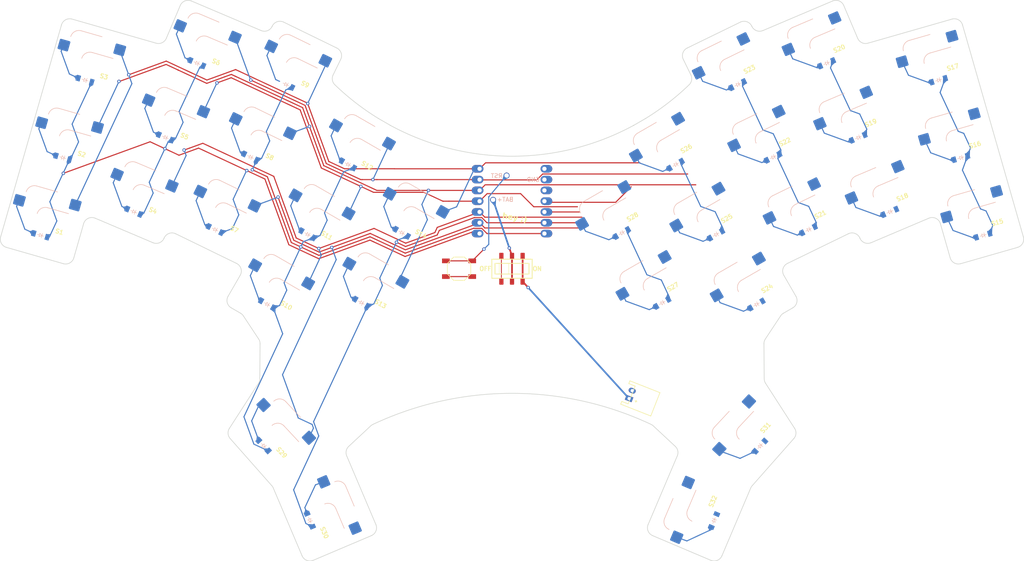
<source format=kicad_pcb>
(kicad_pcb (version 20241229) (generator "pcbnew") (generator_version "9.0")
  (title_block (title "metasepia_v5") (rev "v1.0.0") (company "Unknown"))
  (layers (0 "F.Cu" signal) (2 "B.Cu" signal) (13 "F.Paste" user) (15 "B.Paste" user) (5 "F.SilkS" user "F.Silkscreen") (7 "B.SilkS" user "B.Silkscreen") (1 "F.Mask" user) (3 "B.Mask" user) (25 "Edge.Cuts" user))
  (net 0 "")
  (net 1 "P0")
  (net 2 "pinky_bottom")
  (net 3 "P2")
  (net 4 "pinky_home")
  (net 5 "pinky_top")
  (net 6 "P4")
  (net 7 "ring_bottom")
  (net 8 "P3")
  (net 9 "ring_home")
  (net 10 "P1")
  (net 11 "ring_top")
  (net 12 "P5")
  (net 13 "middle_bottom")
  (net 14 "middle_home")
  (net 15 "middle_top")
  (net 16 "index_bottom")
  (net 17 "index_home")
  (net 18 "index_top")
  (net 19 "inner_home")
  (net 20 "inner_top")
  (net 21 "mirror_pinky_bottom")
  (net 22 "mirror_pinky_home")
  (net 23 "mirror_pinky_top")
  (net 24 "mirror_ring_bottom")
  (net 25 "mirror_ring_home")
  (net 26 "mirror_ring_top")
  (net 27 "mirror_middle_bottom")
  (net 28 "mirror_middle_home")
  (net 29 "mirror_middle_top")
  (net 30 "mirror_index_bottom")
  (net 31 "mirror_index_home")
  (net 32 "mirror_index_top")
  (net 33 "mirror_inner_home")
  (net 34 "mirror_inner_top")
  (net 35 "tucky_default")
  (net 36 "reachy_default")
  (net 37 "mirror_tucky_default")
  (net 38 "mirror_reachy_default")
  (net 39 "P6")
  (net 40 "P7")
  (net 41 "P8")
  (net 42 "P10")
  (net 43 "P9")
  (net 44 "RAW5V")
  (net 45 "GND")
  (net 46 "RAW3V3")
  (net 47 "RST")
  (net 48 "BAT_POS")
  (net 49 "slider")
  (footprint "E73:SW_TACT_ALPS_SKQGABE010" (layer "F.Cu") (at 159.711261 181.179506)
    (property "Reference" "B1" (hide yes))
    (property "Value" "" (hide yes))
  )
  (footprint "frequent:MX" (layer "F.Cu") (at 84.825979 164.098733 -23)
    (property "Reference" "S4")
    (property "Value" "" (hide yes))
  )
  (footprint "frequent:MX" (layer "F.Cu") (at 244.64877 129.119547 23)
    (property "Reference" "S20")
    (property "Value" "" (hide yes))
  )
  (footprint "frequent:MX" (layer "F.Cu") (at 281.886839 169.471533 16)
    (property "Reference" "S15")
    (property "Value" "" (hide yes))
  )
  (footprint "frequent:MX" (layer "F.Cu") (at 252.072657 146.60914 23)
    (property "Reference" "S19")
    (property "Value" "" (hide yes))
  )
  (footprint "frequent:MX" (layer "F.Cu") (at 67.672799 151.207563 -16)
    (property "Reference" "S2")
    (property "Value" "" (hide yes))
  )
  (footprint "frequent:ComboDiode" (layer "F.Cu") (at 261.059476 167.780751 23)
    (property "Reference" "D18" (hide yes))
    (property "Value" "" (hide yes))
  )
  (footprint "frequent:ComboDiode" (layer "F.Cu") (at 133.629541 156.661817 -30)
    (property "Reference" "D12" (hide yes))
    (property "Value" "" (hide yes))
  )
  (footprint "frequent:MX" (layer "F.Cu") (at 227.692989 186.106679 30)
    (property "Reference" "S24")
    (property "Value" "" (hide yes))
  )
  (footprint "frequent:ComboDiode" (layer "F.Cu") (at 272.51517 136.788637 16)
    (property "Reference" "D17" (hide yes))
    (property "Value" "" (hide yes))
  )
  (footprint "frequent:ComboDiode" (layer "F.Cu") (at 207.53851 189.19809 30)
    (property "Reference" "D27" (hide yes))
    (property "Value" "" (hide yes))
  )
  (footprint "frequent:ComboDiode" (layer "F.Cu") (at 146.284024 172.743606 -30)
    (property "Reference" "D14" (hide yes))
    (property "Value" "" (hide yes))
  )
  (footprint "frequent:xiao-pogo" (layer "F.Cu") (at 172.161265 165.279506)
    (property "Reference" "MCU1" (hide yes))
    (property "Value" "xiao-ble" (hide yes))
  )
  (footprint "frequent:MX" (layer "F.Cu") (at 216.002038 238.847505 67)
    (property "Reference" "S32")
    (property "Value" "" (hide yes))
  )
  (footprint "frequent:ComboDiode" (layer "F.Cu") (at 102.379947 171.980404 -26)
    (property "Reference" "D7" (hide yes))
    (property "Value" "" (hide yes))
  )
  (footprint "frequent:ComboDiode" (layer "F.Cu") (at 230.534368 222.88912 47)
    (property "Reference" "D31" (hide yes))
    (property "Value" "" (hide yes))
  )
  (footprint "frequent:MX" (layer "F.Cu") (at 205.538508 185.733988 30)
    (property "Reference" "S27")
    (property "Value" "" (hide yes))
  )
  (footprint "frequent:ComboDiode" (layer "F.Cu") (at 241.942582 171.980404 26)
    (property "Reference" "D21" (hide yes))
    (property "Value" "" (hide yes))
  )
  (footprint "frequent:MX" (layer "F.Cu") (at 138.784026 185.733987 -30)
    (property "Reference" "S13")
    (property "Value" "" (hide yes))
  )
  (footprint "frequent:ComboDiode" (layer "F.Cu") (at 225.284479 137.826231 26)
    (property "Reference" "D23" (hide yes))
    (property "Value" "" (hide yes))
  )
  (footprint "frequent:MX" (layer "F.Cu") (at 223.530991 134.231055 26)
    (property "Reference" "S23")
    (property "Value" "" (hide yes))
  )
  (footprint "frequent:ComboDiode" (layer "F.Cu") (at 90.686946 150.291159 -23)
    (property "Reference" "D5" (hide yes))
    (property "Value" "" (hide yes))
  )
  (footprint "frequent:MX" (layer "F.Cu") (at 99.673763 129.119547 -23)
    (property "Reference" "S6")
    (property "Value" "" (hide yes))
  )
  (footprint "frequent:ComboDiode" (layer "F.Cu") (at 282.98939 173.316583 16)
    (property "Reference" "D15" (hide yes))
    (property "Value" "" (hide yes))
  )
  (footprint "frequent:ComboDiode" (layer "F.Cu") (at 124.638474 240.410434 -67)
    (property "Reference" "D30" (hide yes))
    (property "Value" "" (hide yes))
  )
  (footprint "frequent:ComboDiode" (layer "F.Cu") (at 220.192991 173.116295 30)
    (property "Reference" "D25" (hide yes))
    (property "Value" "" (hide yes))
  )
  (footprint "frequent:ComboDiode" (layer "F.Cu") (at 210.692991 156.661817 30)
    (property "Reference" "D26" (hide yes))
    (property "Value" "" (hide yes))
  )
  (footprint "frequent:ComboDiode" (layer "F.Cu") (at 124.129541 173.116296 -30)
    (property "Reference" "D11" (hide yes))
    (property "Value" "" (hide yes))
  )
  (footprint "frequent:MX" (layer "F.Cu") (at 135.629538 153.197714 -30)
    (property "Reference" "S12")
    (property "Value" "" (hide yes))
  )
  (footprint "frequent:ComboDiode" (layer "F.Cu") (at 66.57025 155.052612 -16)
    (property "Reference" "D2" (hide yes))
    (property "Value" "" (hide yes))
  )
  (footprint "frequent:MX" (layer "F.Cu") (at 208.692991 153.197714 30)
    (property "Reference" "S26")
    (property "Value" "" (hide yes))
  )
  (footprint "frequent:MX" (layer "F.Cu") (at 259.496552 164.098733 23)
    (property "Reference" "S18")
    (property "Value" "" (hide yes))
  )
  (footprint "frequent:MX" (layer "F.Cu") (at 128.32049 238.847508 -67)
    (property "Reference" "S30")
    (property "Value" "" (hide yes))
  )
  (footprint "frequent:ComboDiode" (layer "F.Cu") (at 113.788162 222.889119 -47)
    (property "Reference" "D29" (hide yes))
    (property "Value" "" (hide yes))
  )
  (footprint "frequent:ComboDiode" (layer "F.Cu") (at 71.80736 136.788637 -16)
    (property "Reference" "D3" (hide yes))
    (property "Value" "" (hide yes))
  )
  (footprint "frequent:ComboDiode" (layer "F.Cu") (at 136.78402 189.198089 -30)
    (property "Reference" "D13" (hide yes))
    (property "Value" "" (hide yes))
  )
  (footprint "frequent:ComboDiode" (layer "F.Cu") (at 198.038506 172.743608 30)
    (property "Reference" "D28" (hide yes))
    (property "Value" "" (hide yes))
  )
  (footprint "frequent:ComboDiode" (layer "F.Cu") (at 119.038052 137.826228 -26)
    (property "Reference" "D9" (hide yes))
    (property "Value" "" (hide yes))
  )
  (footprint "frequent:MX" (layer "F.Cu") (at 126.129541 169.652196 -30)
    (property "Reference" "S11")
    (property "Value" "" (hide yes))
  )
  (footprint "JST_PH_S2B-PH-K_02x2.00mm_Angled" (layer "F.Cu") (at 200.056691 210.804109 68.5)
    (property "Reference" "JST1" (hide yes))
    (property "Value" "" (hide yes))
  )
  (footprint "frequent:ComboDiode" (layer "F.Cu") (at 229.69299 189.570779 30)
    (property "Reference" "D24" (hide yes))
    (property "Value" "" (hide yes))
  )
  (footprint "frequent:ComboDiode" (layer "F.Cu") (at 233.61353 154.903318 26)
    (property "Reference" "D22" (hide yes))
    (property "Value" "" (hide yes))
  )
  (footprint "frequent:ComboDiode" (layer "F.Cu") (at 277.752281 155.052607 16)
    (property "Reference" "D16" (hide yes))
    (property "Value" "" (hide yes))
  )
  (footprint "frequent:MX" (layer "F.Cu") (at 112.462483 151.308141 -26)
    (property "Reference" "S8")
    (property "Value" "" (hide yes))
  )
  (footprint "frequent:MX" (layer "F.Cu") (at 148.284023 169.279504 -30)
    (property "Reference" "S14")
    (property "Value" "" (hide yes))
  )
  (footprint "frequent:MX" (layer "F.Cu") (at 196.038506 169.279507 30)
    (property "Reference" "S28")
    (property "Value" "" (hide yes))
  )
  (footprint "frequent:MX" (layer "F.Cu") (at 271.412624 132.943592 16)
    (property "Reference" "S17")
    (property "Value" "" (hide yes))
  )
  (footprint "frequent:ComboDiode" (layer "F.Cu") (at 114.629543 189.570778 -30)
    (property "Reference" "D10" (hide yes))
    (property "Value" "" (hide yes))
  )
  (footprint "frequent:ComboDiode" (layer "F.Cu") (at 61.333139 173.31658 -16)
    (property "Reference" "D1" (hide yes))
    (property "Value" "" (hide yes))
  )
  (footprint "frequent:MX" (layer "F.Cu") (at 120.791537 134.231056 -26)
    (property "Reference" "S9")
    (property "Value" "" (hide yes))
  )
  (footprint "frequent:MX" (layer "F.Cu") (at 227.608954 220.161126 47)
    (property "Reference" "S31")
    (property "Value" "" (hide yes))
  )
  (footprint "frequent:MX" (layer "F.Cu") (at 231.860044 151.308141 26)
    (property "Reference" "S22")
    (property "Value" "" (hide yes))
  )
  (footprint "frequent:MX" (layer "F.Cu") (at 276.649734 151.207561 16)
    (property "Reference" "S16")
    (property "Value" "" (hide yes))
  )
  (footprint "frequent:ComboDiode" (layer "F.Cu") (at 219.68406 240.410432 67)
    (property "Reference" "D32" (hide yes))
    (property "Value" "" (hide yes))
  )
  (footprint "frequent:MX" (layer "F.Cu") (at 72.909909 132.943591 -16)
    (property "Reference" "S3")
    (property "Value" "" (hide yes))
  )
  (footprint "frequent:ComboDiode" (layer "F.Cu") (at 253.635585 150.291162 23)
    (property "Reference" "D19" (hide yes))
    (property "Value" "" (hide yes))
  )
  (footprint "frequent:MX" (layer "F.Cu") (at 116.713574 220.161128 -47)
    (property "Reference" "S29")
    (property "Value" "" (hide yes))
  )
  (footprint "frequent:MX" (layer "F.Cu") (at 92.249873 146.609138 -23)
    (property "Reference" "S5")
    (property "Value" "" (hide yes))
  )
  (footprint "frequent:MX" (layer "F.Cu") (at 116.629542 186.106679 -30)
    (property "Reference" "S10")
    (property "Value" "" (hide yes))
  )
  (footprint "frequent:slider" (layer "F.Cu") (at 172.161264 181.179506)
    (property "Reference" "J1" (hide yes))
    (property "Value" "slider" (hide yes))
  )
  (footprint "frequent:MX" (layer "F.Cu") (at 62.435687 169.471538 -16)
    (property "Reference" "S1")
    (property "Value" "" (hide yes))
  )
  (footprint "frequent:ComboDiode" (layer "F.Cu") (at 110.709 154.903316 -26)
    (property "Reference" "D8" (hide yes))
    (property "Value" "" (hide yes))
  )
  (footprint "frequent:ComboDiode" (layer "F.Cu") (at 246.211691 132.801568 23)
    (property "Reference" "D20" (hide yes))
    (property "Value" "" (hide yes))
  )
  (footprint "frequent:MX" (layer "F.Cu") (at 218.192987 169.652195 30)
    (property "Reference" "S25")
    (property "Value" "" (hide yes))
  )
  (footprint "frequent:MX" (layer "F.Cu") (at 104.133434 168.385227 -26)
    (property "Reference" "S7")
    (property "Value" "" (hide yes))
  )
  (footprint "frequent:ComboDiode" (layer "F.Cu") (at 83.263056 167.780753 -23)
    (property "Reference" "D4" (hide yes))
    (property "Value" "" (hide yes))
  )
  (footprint "frequent:ComboDiode" (layer "F.Cu") (at 98.110839 132.801567 -23)
    (property "Reference" "D6" (hide yes))
    (property "Value" "" (hide yes))
  )
  (footprint "frequent:MX" (layer "F.Cu") (at 240.189097 168.38523 26)
    (property "Reference" "S21")
    (property "Value" "" (hide yes))
  )
  (gr_arc (start 143.592146 147.459493) (mid 143.568206 147.446319) (end 143.544448 147.432818) (stroke (width 0.15)) (layer "Edge.Cuts"))
  (gr_line (start 93.07784 172.95084) (end 107.389844 179.931274) (stroke (width 0.15)) (layer "Edge.Cuts"))
  (gr_line (start 221.524974 248.74206) (end 228.294721 232.79354) (stroke (width 0.15)) (layer "Edge.Cuts"))
  (gr_arc (start 231.404622 198.836374) (mid 231.486837 198.252856) (end 231.735537 197.718626) (stroke (width 0.15)) (layer "Edge.Cuts"))
  (gr_line (start 112.917909 198.836371) (end 112.852922 207.078632) (stroke (width 0.15)) (layer "Edge.Cuts"))
  (gr_arc (start 251.244692 172.950843) (mid 252.821851 172.875088) (end 253.962445 173.96697) (stroke (width 0.15)) (layer "Edge.Cuts"))
  (gr_line (start 204.173458 241.376778) (end 211.027279 225.230197) (stroke (width 0.15)) (layer "Edge.Cuts"))
  (gr_arc (start 212.440107 131.907857) (mid 212.346658 130.379977) (end 213.360954 129.233527) (stroke (width 0.15)) (layer "Edge.Cuts"))
  (gr_arc (start 214.224485 135.566374) (mid 214.396413 136.790995) (end 213.815369 137.882613) (stroke (width 0.15)) (layer "Edge.Cuts"))
  (gr_line (start 212.440107 131.907857) (end 214.224485 135.566374) (stroke (width 0.15)) (layer "Edge.Cuts"))
  (gr_arc (start 69.123301 178.619257) (mid 68.170397 179.817222) (end 66.649502 179.990509) (stroke (width 0.15)) (layer "Edge.Cuts"))
  (gr_line (start 272.892036 170.57312) (end 275.199229 178.619257) (stroke (width 0.15)) (layer "Edge.Cuts"))
  (gr_line (start 140.799731 145.848154) (end 143.544448 147.432818) (stroke (width 0.15)) (layer "Edge.Cuts"))
  (gr_arc (start 107.389843 179.931274) (mid 108.425711 181.144119) (end 108.245155 182.728866) (stroke (width 0.15)) (layer "Edge.Cuts"))
  (gr_line (start 90.360085 173.966971) (end 90.348916 173.993285) (stroke (width 0.15)) (layer "Edge.Cuts"))
  (gr_line (start 112.534417 208.145815) (end 105.707822 218.745058) (stroke (width 0.15)) (layer "Edge.Cuts"))
  (gr_arc (start 66.222296 123.795864) (mid 67.175201 122.597904) (end 68.696096 122.424619) (stroke (width 0.15)) (layer "Edge.Cuts"))
  (gr_arc (start 256.596089 175.052831) (mid 255.065409 175.066189) (end 253.973616 173.993284) (stroke (width 0.15)) (layer "Edge.Cuts"))
  (gr_arc (start 130.961576 129.233527) (mid 131.97587 130.379981) (end 131.882425 131.907861) (stroke (width 0.15)) (layer "Edge.Cuts"))
  (gr_arc (start 203.569747 145.820185) (mid 203.546367 145.834329) (end 203.522793 145.848154) (stroke (width 0.15)) (layer "Edge.Cuts"))
  (gr_arc (start 221.524974 248.74206) (mid 220.433182 249.814964) (end 218.902505 249.801607) (stroke (width 0.15)) (layer "Edge.Cuts"))
  (gr_line (start 278.100234 123.795868) (end 292.405813 173.685349) (stroke (width 0.15)) (layer "Edge.Cuts"))
  (gr_arc (start 90.869353 126.955662) (mid 89.889366 127.979369) (end 88.477068 128.096723) (stroke (width 0.15)) (layer "Edge.Cuts"))
  (gr_line (start 228.636211 232.251582) (end 238.432793 221.15143) (stroke (width 0.15)) (layer "Edge.Cuts"))
  (gr_line (start 115.745828 124.159798) (end 115.794013 124.061017) (stroke (width 0.15)) (layer "Edge.Cuts"))
  (gr_arc (start 247.549237 118.165449) (mid 249.079907 118.152087) (end 250.171705 119.224994) (stroke (width 0.15)) (layer "Edge.Cuts"))
  (gr_line (start 256.596085 175.052832) (end 270.18805 169.283385) (stroke (width 0.15)) (layer "Edge.Cuts"))
  (gr_arc (start 139.457233 217.815569) (mid 172.161266 210.504318) (end 204.865295 217.815568) (stroke (width 0.15)) (layer "Edge.Cuts"))
  (gr_arc (start 133.295255 225.230195) (mid 133.179969 224.032908) (end 133.772268 222.986024) (stroke (width 0.15)) (layer "Edge.Cuts"))
  (gr_line (start 105.889734 221.151426) (end 115.686321 232.251581) (stroke (width 0.15)) (layer "Edge.Cuts"))
  (gr_line (start 125.420026 249.801606) (end 139.089524 243.999254) (stroke (width 0.15)) (layer "Edge.Cuts"))
  (gr_arc (start 112.852922 207.078632) (mid 112.76945 207.634842) (end 112.534417 208.145815) (stroke (width 0.15)) (layer "Edge.Cuts"))
  (gr_arc (start 255.845459 128.09672) (mid 254.433163 127.979368) (end 253.453177 126.955657) (stroke (width 0.15)) (layer "Edge.Cuts"))
  (gr_line (start 106.135665 190.382604) (end 108.324856 191.64654) (stroke (width 0.15)) (layer "Edge.Cuts"))
  (gr_arc (start 235.328651 192.276608) (mid 235.626479 191.922622) (end 235.997671 191.646536) (stroke (width 0.15)) (layer "Edge.Cuts"))
  (gr_arc (start 225.854189 123.14017) (mid 227.382069 123.04672) (end 228.52852 124.061015) (stroke (width 0.15)) (layer "Edge.Cuts"))
  (gr_line (start 96.773297 118.165448) (end 113.16678 125.124066) (stroke (width 0.15)) (layer "Edge.Cuts"))
  (gr_arc (start 270.18805 169.283385) (mid 271.830535 169.319225) (end 272.892036 170.57312) (stroke (width 0.15)) (layer "Edge.Cuts"))
  (gr_arc (start 200.778081 147.432818) (mid 200.754322 147.446318) (end 200.730385 147.459493) (stroke (width 0.15)) (layer "Edge.Cuts"))
  (gr_line (start 68.696096 122.424619) (end 88.477068 128.096723) (stroke (width 0.15)) (layer "Edge.Cuts"))
  (gr_arc (start 115.686321 232.251581) (mid 115.878905 232.508796) (end 116.027809 232.793539) (stroke (width 0.15)) (layer "Edge.Cuts"))
  (gr_arc (start 138.944903 218.162464) (mid 139.187578 217.969084) (end 139.457233 217.815569) (stroke (width 0.15)) (layer "Edge.Cuts"))
  (gr_line (start 205.23301 243.99925) (end 218.902505 249.801607) (stroke (width 0.15)) (layer "Edge.Cuts"))
  (gr_line (start 133.295255 225.230195) (end 140.149071 241.376779) (stroke (width 0.15)) (layer "Edge.Cuts"))
  (gr_line (start 138.944904 218.162464) (end 133.772268 222.986024) (stroke (width 0.15)) (layer "Edge.Cuts"))
  (gr_arc (start 108.324856 191.64654) (mid 108.696053 191.922625) (end 108.993882 192.276611) (stroke (width 0.15)) (layer "Edge.Cuts"))
  (gr_arc (start 228.294726 232.79354) (mid 228.443628 232.508802) (end 228.636211 232.251582) (stroke (width 0.15)) (layer "Edge.Cuts"))
  (gr_line (start 236.077378 182.728862) (end 238.918916 187.650557) (stroke (width 0.15)) (layer "Edge.Cuts"))
  (gr_arc (start 205.23301 243.99925) (mid 204.160099 242.907453) (end 204.173458 241.376778) (stroke (width 0.15)) (layer "Edge.Cuts"))
  (gr_arc (start 71.430497 170.573122) (mid 72.491999 169.319223) (end 74.13448 169.283385) (stroke (width 0.15)) (layer "Edge.Cuts"))
  (gr_arc (start 140.149074 241.376778) (mid 140.162429 242.907456) (end 139.089524 243.999254) (stroke (width 0.15)) (layer "Edge.Cuts"))
  (gr_arc (start 140.752788 145.820188) (mid 135.41502 142.128859) (end 130.507163 137.882615) (stroke (width 0.15)) (layer "Edge.Cuts"))
  (gr_arc (start 90.360085 173.966971) (mid 91.500679 172.875083) (end 93.07784 172.95084) (stroke (width 0.15)) (layer "Edge.Cuts"))
  (gr_arc (start 275.626439 122.424618) (mid 277.147331 122.597902) (end 278.100234 123.795868) (stroke (width 0.15)) (layer "Edge.Cuts"))
  (gr_arc (start 236.077378 182.728862) (mid 235.896816 181.144118) (end 236.932684 179.931274) (stroke (width 0.15)) (layer "Edge.Cuts"))
  (gr_line (start 238.614709 218.745062) (end 231.788113 208.145815) (stroke (width 0.15)) (layer "Edge.Cuts"))
  (gr_arc (start 125.420026 249.801606) (mid 123.889354 249.814963) (end 122.797556 248.742058) (stroke (width 0.15)) (layer "Edge.Cuts"))
  (gr_line (start 116.027809 232.793539) (end 122.797556 248.742058) (stroke (width 0.15)) (layer "Edge.Cuts"))
  (gr_line (start 255.845459 128.09672) (end 275.626439 122.424618) (stroke (width 0.15)) (layer "Edge.Cuts"))
  (gr_line (start 90.869353 126.955662) (end 94.150825 119.224996) (stroke (width 0.15)) (layer "Edge.Cuts"))
  (gr_line (start 231.735537 197.718626) (end 235.328651 192.276608) (stroke (width 0.15)) (layer "Edge.Cuts"))
  (gr_line (start 118.468341 123.140169) (end 130.961576 129.233527) (stroke (width 0.15)) (layer "Edge.Cuts"))
  (gr_line (start 228.52852 124.061015) (end 228.576701 124.159799) (stroke (width 0.15)) (layer "Edge.Cuts"))
  (gr_arc (start 140.799731 145.848154) (mid 140.776164 145.83433) (end 140.752788 145.820188) (stroke (width 0.15)) (layer "Edge.Cuts"))
  (gr_arc (start 200.730388 147.459491) (mid 172.161266 154.697712) (end 143.592146 147.459493) (stroke (width 0.15)) (layer "Edge.Cuts"))
  (gr_line (start 200.778081 147.432818) (end 203.522793 145.848154) (stroke (width 0.15)) (layer "Edge.Cuts"))
  (gr_arc (start 90.348919 173.993284) (mid 89.257119 175.066194) (end 87.726445 175.052833) (stroke (width 0.15)) (layer "Edge.Cuts"))
  (gr_line (start 51.916719 173.68535) (end 66.222296 123.795867) (stroke (width 0.15)) (layer "Edge.Cuts"))
  (gr_line (start 231.155752 125.124068) (end 247.549237 118.165449) (stroke (width 0.15)) (layer "Edge.Cuts"))
  (gr_line (start 250.171705 119.224994) (end 253.453177 126.955657) (stroke (width 0.15)) (layer "Edge.Cuts"))
  (gr_arc (start 213.815369 137.882613) (mid 208.90751 142.128859) (end 203.569747 145.820185) (stroke (width 0.15)) (layer "Edge.Cuts"))
  (gr_arc (start 277.673029 179.990504) (mid 276.152135 179.817222) (end 275.199229 178.619257) (stroke (width 0.15)) (layer "Edge.Cuts"))
  (gr_arc (start 105.889734 221.151426) (mid 105.394945 219.978774) (end 105.707822 218.745058) (stroke (width 0.15)) (layer "Edge.Cuts"))
  (gr_arc (start 210.550263 222.986027) (mid 211.142562 224.032908) (end 211.027279 225.230197) (stroke (width 0.15)) (layer "Edge.Cuts"))
  (gr_line (start 231.469609 207.078633) (end 231.404622 198.836374) (stroke (width 0.15)) (layer "Edge.Cuts"))
  (gr_arc (start 231.788113 208.145815) (mid 231.553082 207.634842) (end 231.469609 207.078633) (stroke (width 0.15)) (layer "Edge.Cuts"))
  (gr_arc (start 238.918916 187.650557) (mid 239.118716 189.168194) (end 238.186868 190.382604) (stroke (width 0.15)) (layer "Edge.Cuts"))
  (gr_arc (start 106.135665 190.382604) (mid 105.203812 189.168194) (end 105.403612 187.650553) (stroke (width 0.15)) (layer "Edge.Cuts"))
  (gr_arc (start 112.586998 197.718624) (mid 112.835694 198.252852) (end 112.917909 198.836371) (stroke (width 0.15)) (layer "Edge.Cuts"))
  (gr_line (start 236.932684 179.931274) (end 251.244692 172.950843) (stroke (width 0.15)) (layer "Edge.Cuts"))
  (gr_arc (start 94.150825 119.224996) (mid 95.24262 118.152089) (end 96.773297 118.165448) (stroke (width 0.15)) (layer "Edge.Cuts"))
  (gr_arc (start 130.507163 137.882615) (mid 129.926121 136.790994) (end 130.098046 135.566376) (stroke (width 0.15)) (layer "Edge.Cuts"))
  (gr_line (start 277.673028 179.990506) (end 291.034564 176.159146) (stroke (width 0.15)) (layer "Edge.Cuts"))
  (gr_arc (start 292.405813 173.685349) (mid 292.23253 175.206245) (end 291.034564 176.159146) (stroke (width 0.15)) (layer "Edge.Cuts"))
  (gr_arc (start 115.79401 124.061012) (mid 116.940461 123.04672) (end 118.468341 123.140169) (stroke (width 0.15)) (layer "Edge.Cuts"))
  (gr_arc (start 238.614709 218.745062) (mid 238.927587 219.978773) (end 238.432793 221.15143) (stroke (width 0.15)) (layer "Edge.Cuts"))
  (gr_line (start 69.123303 178.619261) (end 71.430497 170.573122) (stroke (width 0.15)) (layer "Edge.Cuts"))
  (gr_line (start 253.973616 173.993284) (end 253.962445 173.96697) (stroke (width 0.15)) (layer "Edge.Cuts"))
  (gr_line (start 108.993882 192.276611) (end 112.586998 197.718624) (stroke (width 0.15)) (layer "Edge.Cuts"))
  (gr_arc (start 115.745825 124.159798) (mid 114.648652 125.156398) (end 113.16678 125.124066) (stroke (width 0.15)) (layer "Edge.Cuts"))
  (gr_arc (start 204.865295 217.815568) (mid 205.134955 217.969082) (end 205.377626 218.162463) (stroke (width 0.15)) (layer "Edge.Cuts"))
  (gr_line (start 210.550263 222.986027) (end 205.377626 218.162463) (stroke (width 0.15)) (layer "Edge.Cuts"))
  (gr_line (start 213.360954 129.233527) (end 225.854189 123.14017) (stroke (width 0.15)) (layer "Edge.Cuts"))
  (gr_line (start 105.403612 187.650553) (end 108.245155 182.728866) (stroke (width 0.15)) (layer "Edge.Cuts"))
  (gr_line (start 74.13448 169.283385) (end 87.726445 175.052833) (stroke (width 0.15)) (layer "Edge.Cuts"))
  (gr_line (start 53.287963 176.159146) (end 66.649502 179.990509) (stroke (width 0.15)) (layer "Edge.Cuts"))
  (gr_arc (start 231.155752 125.124068) (mid 229.673875 125.156403) (end 228.576701 124.159799) (stroke (width 0.15)) (layer "Edge.Cuts"))
  (gr_line (start 130.098046 135.566376) (end 131.882425 131.907861) (stroke (width 0.15)) (layer "Edge.Cuts"))
  (gr_line (start 235.997671 191.646536) (end 238.186868 190.382604) (stroke (width 0.15)) (layer "Edge.Cuts"))
  (gr_arc (start 53.287963 176.159146) (mid 52.089998 175.206241) (end 51.916719 173.68535) (stroke (width 0.15)) (layer "Edge.Cuts"))
  (segment (start 90.856601 132.312147) (end 82.020502 135.528225) (width 0.25) (layer "F.Cu") (net 1))
  (segment (start 132.761604 157.651226) (end 129.115419 155.950982) (width 0.25) (layer "F.Cu") (net 1))
  (segment (start 144.520421 157.659504) (end 144.512141 157.651228) (width 0.25) (layer "F.Cu") (net 1))
  (segment (start 100.409992 136.766967) (end 90.856601 132.312147) (width 0.25) (layer "F.Cu") (net 1))
  (segment (start 129.089317 155.960483) (end 124.115568 142.295218) (width 0.25) (layer "F.Cu") (net 1))
  (segment (start 129.115419 155.950982) (end 129.089317 155.960483) (width 0.25) (layer "F.Cu") (net 1))
  (segment (start 124.115568 142.295218) (end 124.080796 142.199686) (width 0.25) (layer "F.Cu") (net 1))
  (segment (start 165.944876 156.255894) (end 202.239818 156.255894) (width 0.25) (layer "F.Cu") (net 1))
  (segment (start 107.160936 134.309821) (end 100.409992 136.766967) (width 0.25) (layer "F.Cu") (net 1))
  (segment (start 164.541264 157.659508) (end 165.944876 156.255894) (width 0.25) (layer "F.Cu") (net 1))
  (segment (start 144.512141 157.651228) (end 132.761604 157.651226) (width 0.25) (layer "F.Cu") (net 1))
  (segment (start 124.080796 142.199686) (end 107.160936 134.309821) (width 0.25) (layer "F.Cu") (net 1))
  (segment (start 164.541264 157.659508) (end 144.520421 157.659504) (width 0.25) (layer "F.Cu") (net 1))
  (via (at 124.115568 142.295218) (size 0.8) (drill 0.4) (layers "F.Cu" "B.Cu") (net 1))
  (via (at 82.020502 135.528225) (size 0.8) (drill 0.4) (layers "F.Cu" "B.Cu") (net 1))
  (segment (start 159.135794 166.617302) (end 155.883344 167.801096) (width 0.25) (layer "B.Cu") (net 1))
  (segment (start 82.780176 137.615413) (end 82.020502 135.528225) (width 0.25) (layer "B.Cu") (net 1))
  (segment (start 79.925838 129.670655) (end 79.90488 129.7156) (width 0.25) (layer "B.Cu") (net 1))
  (segment (start 128.269216 132.226147) (end 128.517925 132.909464) (width 0.25) (layer "B.Cu") (net 1))
  (segment (start 163.061781 158.197994) (end 159.135794 166.617302) (width 0.25) (layer "B.Cu") (net 1))
  (segment (start 164.541265 157.659506) (end 163.061781 158.197994) (width 0.25) (layer "B.Cu") (net 1))
  (segment (start 128.506655 132.878499) (end 124.115568 142.295218) (width 0.25) (layer "B.Cu") (net 1))
  (segment (start 128.269217 132.226145) (end 128.506655 132.878499) (width 0.25) (layer "B.Cu") (net 1))
  (segment (start 69.451617 166.198602) (end 82.780176 137.615413) (width 0.25) (layer "B.Cu") (net 1))
  (segment (start 79.90488 129.7156) (end 82.020502 135.528225) (width 0.25) (layer "B.Cu") (net 1))
  (segment (start 55.654743 166.514985) (end 57.604246 171.871199) (width 0.25) (layer "B.Cu") (net 2))
  (segment (start 57.604246 171.871199) (end 59.698994 172.847997) (width 0.25) (layer "B.Cu") (net 2))
  (segment (start 56.32527 165.077042) (end 55.654743 166.514985) (width 0.25) (layer "B.Cu") (net 2))
  (segment (start 100.37576 137.550954) (end 93.739804 134.456557) (width 0.25) (layer "F.Cu") (net 3))
  (segment (start 124.534439 147.685583) (end 122.923658 143.259999) (width 0.25) (layer "F.Cu") (net 3))
  (segment (start 127.895279 156.919414) (end 127.882296 156.883744) (width 0.25) (layer "F.Cu") (net 3))
  (segment (start 164.541266 162.739506) (end 165.855267 161.425505) (width 0.25) (layer "F.Cu") (net 3))
  (segment (start 122.923658 143.259999) (end 119.521334 141.673468) (width 0.25) (layer "F.Cu") (net 3))
  (segment (start 79.737496 137.09116) (end 79.785122 137.113367) (width 0.25) (layer "F.Cu") (net 3))
  (segment (start 107.205517 135.930509) (end 106.163236 135.444484) (width 0.25) (layer "F.Cu") (net 3))
  (segment (start 140.376504 162.739505) (end 127.895279 156.919414) (width 0.25) (layer "F.Cu") (net 3))
  (segment (start 152.513372 162.739505) (end 164.541266 162.739506) (width 0.25) (layer "F.Cu") (net 3))
  (segment (start 127.882296 156.883744) (end 125.179439 149.457705) (width 0.25) (layer "F.Cu") (net 3))
  (segment (start 93.739804 134.456557) (end 93.509602 134.349212) (width 0.25) (layer "F.Cu") (net 3))
  (segment (start 165.855267 161.425505) (end 215.381999 161.425504) (width 0.25) (layer "F.Cu") (net 3))
  (segment (start 152.513372 162.739505) (end 140.376504 162.739505) (width 0.25) (layer "F.Cu") (net 3))
  (segment (start 79.785122 137.113367) (end 89.272571 133.660219) (width 0.25) (layer "F.Cu") (net 3))
  (segment (start 89.272571 133.660219) (end 89.272571 133.660217) (width 0.25) (layer "F.Cu") (net 3))
  (segment (start 106.163236 135.444484) (end 104.648651 135.995749) (width 0.25) (layer "F.Cu") (net 3))
  (segment (start 125.179439 149.457705) (end 124.534439 147.685583) (width 0.25) (layer "F.Cu") (net 3))
  (segment (start 119.521334 141.673468) (end 107.896125 136.252544) (width 0.25) (layer "F.Cu") (net 3))
  (segment (start 107.896125 136.252544) (end 107.205517 135.930509) (width 0.25) (layer "F.Cu") (net 3))
  (segment (start 89.272571 133.660217) (end 90.822372 133.096136) (width 0.25) (layer "F.Cu") (net 3))
  (segment (start 107.205517 135.930509) (end 107.092481 135.877799) (width 0.25) (layer "F.Cu") (net 3))
  (segment (start 104.648651 135.995749) (end 100.37576 137.550954) (width 0.25) (layer "F.Cu") (net 3))
  (segment (start 90.822372 133.096136) (end 93.739804 134.456557) (width 0.25) (layer "F.Cu") (net 3))
  (via (at 79.737496 137.09116) (size 0.8) (drill 0.4) (layers "F.Cu" "B.Cu") (net 3))
  (via (at 124.534439 147.685583) (size 0.8) (drill 0.4) (layers "F.Cu" "B.Cu") (net 3))
  (via (at 152.513372 162.739505) (size 0.8) (drill 0.4) (layers "F.Cu" "B.Cu") (net 3))
  (segment (start 152.26842 169.633055) (end 150.966649 166.056464) (width 0.25) (layer "B.Cu") (net 3))
  (segment (start 145.974117 183.13123) (end 152.26842 169.633055) (width 0.25) (layer "B.Cu") (net 3))
  (segment (start 146.383346 184.255579) (end 145.974117 183.13123) (width 0.25) (layer "B.Cu") (net 3))
  (segment (start 120.005842 149.333857) (end 124.534439 147.685583) (width 0.25) (layer "B.Cu") (net 3))
  (segment (start 74.688727 147.934627) (end 79.740838 137.100341) (width 0.25) (layer "B.Cu") (net 3))
  (segment (start 119.940163 149.303231) (end 120.005842 149.333857) (width 0.25) (layer "B.Cu") (net 3))
  (segment (start 150.966649 166.056464) (end 152.513372 162.739505) (width 0.25) (layer "B.Cu") (net 3))
  (segment (start 146.383344 184.255579) (end 145.997896 183.196567) (width 0.25) (layer "B.Cu") (net 3))
  (segment (start 79.740838 137.100341) (end 79.737496 137.09116) (width 0.25) (layer "B.Cu") (net 3))
  (segment (start 60.891853 148.251016) (end 62.841355 153.607228) (width 0.25) (layer "B.Cu") (net 4))
  (segment (start 61.562379 146.813066) (end 60.891853 148.251016) (width 0.25) (layer "B.Cu") (net 4))
  (segment (start 62.841355 153.607228) (end 64.936104 154.584025) (width 0.25) (layer "B.Cu") (net 4))
  (segment (start 68.078462 135.343256) (end 70.173216 136.320052) (width 0.25) (layer "B.Cu") (net 5))
  (segment (start 66.128963 129.987043) (end 68.078462 135.343256) (width 0.25) (layer "B.Cu") (net 5))
  (segment (start 66.799489 128.549093) (end 66.128963 129.987043) (width 0.25) (layer "B.Cu") (net 5))
  (segment (start 121.425735 173.950888) (end 116.142877 159.436356) (width 0.25) (layer "F.Cu") (net 6))
  (segment (start 145.010603 174.15876) (end 139.715952 171.689824) (width 0.25) (layer "F.Cu") (net 6))
  (segment (start 116.142877 159.436356) (end 99.453219 151.653842) (width 0.25) (layer "F.Cu") (net 6))
  (segment (start 126.720384 176.419823) (end 121.425735 173.950888) (width 0.25) (layer "F.Cu") (net 6))
  (segment (start 99.453219 151.653842) (end 96.330908 152.790271) (width 0.25) (layer "F.Cu") (net 6))
  (segment (start 154.040096 172.623992) (end 154.591827 171.440803) (width 0.25) (layer "F.Cu") (net 6))
  (segment (start 154.021556 172.663753) (end 147.160139 175.161104) (width 0.25) (layer "F.Cu") (net 6))
  (segment (start 147.160139 175.161104) (end 145.010603 174.15876) (width 0.25) (layer "F.Cu") (net 6))
  (segment (start 154.591827 171.440803) (end 164.541265 167.819506) (width 0.25) (layer "F.Cu") (net 6))
  (segment (start 96.330908 152.790271) (end 95.065105 153.250985) (width 0.25) (layer "F.Cu") (net 6))
  (segment (start 165.767267 169.045506) (end 188.613429 169.045504) (width 0.25) (layer "F.Cu") (net 6))
  (segment (start 164.541265 167.819506) (end 165.767267 169.045506) (width 0.25) (layer "F.Cu") (net 6))
  (segment (start 139.715952 171.689824) (end 126.720384 176.419823) (width 0.25) (layer "F.Cu") (net 6))
  (segment (start 154.040096 172.623992) (end 154.021556 172.663753) (width 0.25) (layer "F.Cu") (net 6))
  (via (at 95.065105 153.250985) (size 0.8) (drill 0.4) (layers "F.Cu" "B.Cu") (net 6))
  (via (at 126.720384 176.419823) (size 0.8) (drill 0.4) (layers "F.Cu" "B.Cu") (net 6))
  (segment (start 92.188481 161.705219) (end 95.511044 154.579961) (width 0.25) (layer "B.Cu") (net 6))
  (segment (start 95.532256 154.534471) (end 95.065105 153.250985) (width 0.25) (layer "B.Cu") (net 6))
  (segment (start 124.228862 184.628271) (end 127.30611 178.029092) (width 0.25) (layer "B.Cu") (net 6))
  (segment (start 127.30611 178.029092) (end 126.720384 176.419823) (width 0.25) (layer "B.Cu") (net 6))
  (segment (start 95.511044 154.579961) (end 95.532256 154.534471) (width 0.25) (layer "B.Cu") (net 6))
  (segment (start 78.390041 160.936564) (end 80.422918 166.521837) (width 0.25) (layer "B.Cu") (net 7))
  (segment (start 80.422918 166.521837) (end 81.698194 167.116509) (width 0.25) (layer "B.Cu") (net 7))
  (segment (start 79.296659 158.992319) (end 78.390041 160.936564) (width 0.25) (layer "B.Cu") (net 7))
  (segment (start 164.54126 165.279506) (end 157.336051 165.279504) (width 0.25) (layer "F.Cu") (net 8))
  (segment (start 177.27143 166.593508) (end 187.558427 166.593505) (width 0.25) (layer "F.Cu") (net 8))
  (segment (start 151.412536 163.190504) (end 141.892018 163.190504) (width 0.25) (layer "F.Cu") (net 8))
  (segment (start 166.313981 163.506789) (end 174.184714 163.506788) (width 0.25) (layer "F.Cu") (net 8))
  (segment (start 127.325539 157.473826) (end 122.417718 143.989699) (width 0.25) (layer "F.Cu") (net 8))
  (segment (start 174.184714 163.506788) (end 177.27143 166.593508) (width 0.25) (layer "F.Cu") (net 8))
  (segment (start 151.412536 163.190504) (end 155.919222 165.292009) (width 0.25) (layer "F.Cu") (net 8))
  (segment (start 122.417718 143.989699) (end 122.34509 143.790157) (width 0.25) (layer "F.Cu") (net 8))
  (segment (start 136.61743 161.806707) (end 128.106358 157.837928) (width 0.25) (layer "F.Cu") (net 8))
  (segment (start 164.541266 165.279502) (end 166.313981 163.506789) (width 0.25) (layer "F.Cu") (net 8))
  (segment (start 141.892018 163.190504) (end 140.932578 163.190504) (width 0.25) (layer "F.Cu") (net 8))
  (segment (start 128.106358 157.837928) (end 127.325539 157.473826) (width 0.25) (layer "F.Cu") (net 8))
  (segment (start 157.336051 165.279504) (end 155.931724 165.279505) (width 0.25) (layer "F.Cu") (net 8))
  (segment (start 140.932578 163.190504) (end 139.584997 163.190505) (width 0.25) (layer "F.Cu") (net 8))
  (segment (start 105.692485 136.387354) (end 102.786946 137.444884) (width 0.25) (layer "F.Cu") (net 8))
  (segment (start 106.129007 136.228473) (end 105.692485 136.387354) (width 0.25) (layer "F.Cu") (net 8))
  (segment (start 139.584997 163.190505) (end 136.61743 161.806707) (width 0.25) (layer "F.Cu") (net 8))
  (segment (start 122.34509 143.790157) (end 121.516957 143.403992) (width 0.25) (layer "F.Cu") (net 8))
  (segment (start 121.516957 143.403992) (end 106.129007 136.228473) (width 0.25) (layer "F.Cu") (net 8))
  (segment (start 155.931724 165.279505) (end 155.919222 165.292009) (width 0.25) (layer "F.Cu") (net 8))
  (via (at 102.786946 137.444884) (size 0.8) (drill 0.4) (layers "F.Cu" "B.Cu") (net 8))
  (via (at 136.61743 161.806707) (size 0.8) (drill 0.4) (layers "F.Cu" "B.Cu") (net 8))
  (segment (start 102.766082 137.452478) (end 102.786946 137.444884) (width 0.25) (layer "B.Cu") (net 8))
  (segment (start 99.612374 144.215625) (end 102.766082 137.452478) (width 0.25) (layer "B.Cu") (net 8))
  (segment (start 133.72886 168.173787) (end 136.652697 161.903599) (width 0.25) (layer "B.Cu") (net 8))
  (segment (start 136.652697 161.903599) (end 136.61743 161.806707) (width 0.25) (layer "B.Cu") (net 8))
  (segment (start 86.720554 141.502726) (end 85.813934 143.446974) (width 0.25) (layer "B.Cu") (net 9))
  (segment (start 85.813934 143.446974) (end 87.846805 149.032245) (width 0.25) (layer "B.Cu") (net 9))
  (segment (start 87.846805 149.032245) (end 89.12209 149.626918) (width 0.25) (layer "B.Cu") (net 9))
  (segment (start 136.585043 160.199506) (end 129.198557 156.75513) (width 0.25) (layer "F.Cu") (net 10))
  (segment (start 129.198557 156.75513) (end 128.486094 156.422903) (width 0.25) (layer "F.Cu") (net 10))
  (segment (start 213.476998 158.885504) (end 179.36144 158.885505) (width 0.25) (layer "F.Cu") (net 10))
  (segment (start 139.45202 160.199506) (end 136.938343 160.199506) (width 0.25) (layer "F.Cu") (net 10))
  (segment (start 177.974937 160.272006) (end 164.613761 160.272006) (width 0.25) (layer "F.Cu") (net 10))
  (segment (start 123.502226 142.729839) (end 110.734746 136.776266) (width 0.25) (layer "F.Cu") (net 10))
  (segment (start 123.618574 143.049504) (end 123.502226 142.729839) (width 0.25) (layer "F.Cu") (net 10))
  (segment (start 136.938343 160.199506) (end 136.585043 160.199506) (width 0.25) (layer "F.Cu") (net 10))
  (segment (start 128.486094 156.422903) (end 123.618574 143.049504) (width 0.25) (layer "F.Cu") (net 10))
  (segment (start 140.400288 160.199506) (end 139.45202 160.199506) (width 0.25) (layer "F.Cu") (net 10))
  (segment (start 164.541263 160.199504) (end 140.400288 160.199506) (width 0.25) (layer "F.Cu") (net 10))
  (segment (start 164.613761 160.272006) (end 164.541263 160.199504) (width 0.25) (layer "F.Cu") (net 10))
  (segment (start 179.36144 158.885505) (end 177.974937 160.272006) (width 0.25) (layer "F.Cu") (net 10))
  (via (at 139.45202 160.199506) (size 0.8) (drill 0.4) (layers "F.Cu" "B.Cu") (net 10))
  (via (at 110.734746 136.776266) (size 0.8) (drill 0.4) (layers "F.Cu" "B.Cu") (net 10))
  (segment (start 143.228857 151.719304) (end 143.722382 153.075253) (width 0.25) (layer "B.Cu") (net 10))
  (segment (start 110.685974 136.753523) (end 110.734746 136.776266) (width 0.25) (layer "B.Cu") (net 10))
  (segment (start 107.036265 126.726033) (end 110.685974 136.753523) (width 0.25) (layer "B.Cu") (net 10))
  (segment (start 143.228858 151.719306) (end 143.306688 151.933142) (width 0.25) (layer "B.Cu") (net 10))
  (segment (start 143.306688 151.933142) (end 139.45202 160.199506) (width 0.25) (layer "B.Cu") (net 10))
  (segment (start 95.270696 131.542649) (end 96.545981 132.137323) (width 0.25) (layer "B.Cu") (net 11))
  (segment (start 93.237826 125.957379) (end 95.270696 131.542649) (width 0.25) (layer "B.Cu") (net 11))
  (segment (start 94.144444 124.013135) (end 93.237826 125.957379) (width 0.25) (layer "B.Cu") (net 11))
  (segment (start 164.530905 170.381721) (end 153.590554 174.363684) (width 0.25) (layer "F.Cu") (net 12))
  (segment (start 164.541264 170.359506) (end 164.530905 170.381721) (width 0.25) (layer "F.Cu") (net 12))
  (segment (start 126.791495 177.254035) (end 120.847651 174.482375) (width 0.25) (layer "F.Cu") (net 12))
  (segment (start 153.590554 174.363684) (end 147.090353 176.729564) (width 0.25) (layer "F.Cu") (net 12))
  (segment (start 140.56642 173.687404) (end 138.823591 172.87471) (width 0.25) (layer "F.Cu") (net 12))
  (segment (start 120.847651 174.482375) (end 117.150885 164.325596) (width 0.25) (layer "F.Cu") (net 12))
  (segment (start 165.767262 171.585506) (end 188.740429 171.585505) (width 0.25) (layer "F.Cu") (net 12))
  (segment (start 147.090353 176.729564) (end 140.56642 173.687404) (width 0.25) (layer "F.Cu") (net 12))
  (segment (start 164.541266 170.359503) (end 165.767262 171.585506) (width 0.25) (layer "F.Cu") (net 12))
  (segment (start 138.823591 172.87471) (end 129.781577 176.165734) (width 0.25) (layer "F.Cu") (net 12))
  (segment (start 129.781577 176.165734) (end 126.791495 177.254035) (width 0.25) (layer "F.Cu") (net 12))
  (via (at 117.150885 164.325596) (size 0.8) (drill 0.4) (layers "F.Cu" "B.Cu") (net 12))
  (via (at 129.781577 176.165734) (size 0.8) (drill 0.4) (layers "F.Cu" "B.Cu") (net 12))
  (segment (start 118.191396 206.129587) (end 130.825863 179.034885) (width 0.25) (layer "B.Cu") (net 12))
  (segment (start 111.611113 166.380316) (end 117.129314 164.371855) (width 0.25) (layer "B.Cu") (net 12))
  (segment (start 124.413085 220.969146) (end 125.476507 218.68863) (width 0.25) (layer "B.Cu") (net 12))
  (segment (start 125.476507 218.68863) (end 125.164341 217.830959) (width 0.25) (layer "B.Cu") (net 12))
  (segment (start 117.129314 164.371855) (end 117.150885 164.325596) (width 0.25) (layer "B.Cu") (net 12))
  (segment (start 121.895564 216.306704) (end 118.191396 206.129587) (width 0.25) (layer "B.Cu") (net 12))
  (segment (start 130.825863 179.034885) (end 129.781577 176.165734) (width 0.25) (layer "B.Cu") (net 12))
  (segment (start 125.164341 217.830959) (end 121.895564 216.306704) (width 0.25) (layer "B.Cu") (net 12))
  (segment (start 99.927129 170.803902) (end 100.851996 171.235172) (width 0.25) (layer "B.Cu") (net 13))
  (segment (start 98.878942 162.996434) (end 97.871664 165.156545) (width 0.25) (layer "B.Cu") (net 13))
  (segment (start 97.871664 165.156545) (end 99.927129 170.803902) (width 0.25) (layer "B.Cu") (net 13))
  (segment (start 107.207991 145.919347) (end 106.200713 148.079459) (width 0.25) (layer "B.Cu") (net 14))
  (segment (start 108.256183 153.726815) (end 109.181052 154.158088) (width 0.25) (layer "B.Cu") (net 14))
  (segment (start 106.200713 148.079459) (end 108.256183 153.726815) (width 0.25) (layer "B.Cu") (net 14))
  (segment (start 115.537042 128.84226) (end 114.529766 131.002374) (width 0.25) (layer "B.Cu") (net 15))
  (segment (start 116.585236 136.649727) (end 117.510101 137.080997) (width 0.25) (layer "B.Cu") (net 15))
  (segment (start 114.529766 131.002374) (end 116.585236 136.649727) (width 0.25) (layer "B.Cu") (net 15))
  (segment (start 112.69659 188.505948) (end 113.157297 188.720779) (width 0.25) (layer "B.Cu") (net 16))
  (segment (start 111.763749 180.364473) (end 110.623412 182.809932) (width 0.25) (layer "B.Cu") (net 16))
  (segment (start 110.623412 182.809932) (end 112.69659 188.505948) (width 0.25) (layer "B.Cu") (net 16))
  (segment (start 122.196591 172.051468) (end 122.657297 172.266299) (width 0.25) (layer "B.Cu") (net 17))
  (segment (start 120.123415 166.355454) (end 122.196591 172.051468) (width 0.25) (layer "B.Cu") (net 17))
  (segment (start 121.263752 163.909991) (end 120.123415 166.355454) (width 0.25) (layer "B.Cu") (net 17))
  (segment (start 131.696594 155.596986) (end 132.157297 155.811815) (width 0.25) (layer "B.Cu") (net 18))
  (segment (start 130.763751 147.455508) (end 129.623412 149.900966) (width 0.25) (layer "B.Cu") (net 18))
  (segment (start 129.623412 149.900966) (end 131.696594 155.596986) (width 0.25) (layer "B.Cu") (net 18))
  (segment (start 132.514925 183.001187) (end 134.287136 187.87029) (width 0.25) (layer "B.Cu") (net 19))
  (segment (start 134.287136 187.87029) (end 135.311777 188.34809) (width 0.25) (layer "B.Cu") (net 19))
  (segment (start 133.918233 179.991783) (end 132.514925 183.001187) (width 0.25) (layer "B.Cu") (net 19))
  (segment (start 143.77838 171.411725) (end 144.811778 171.893608) (width 0.25) (layer "B.Cu") (net 20))
  (segment (start 142.010846 166.555454) (end 143.77838 171.411725) (width 0.25) (layer "B.Cu") (net 20))
  (segment (start 143.418235 163.5373) (end 142.010846 166.555454) (width 0.25) (layer "B.Cu") (net 20))
  (segment (start 280.896447 173.999107) (end 281.355247 173.785169) (width 0.25) (layer "B.Cu") (net 21))
  (segment (start 274.376181 168.982822) (end 275.860626 172.166223) (width 0.25) (layer "B.Cu") (net 21))
  (segment (start 275.860626 172.166223) (end 280.896447 173.999107) (width 0.25) (layer "B.Cu") (net 21))
  (segment (start 269.139074 150.718848) (end 270.623518 153.902246) (width 0.25) (layer "B.Cu") (net 22))
  (segment (start 275.659334 155.735136) (end 276.118137 155.521194) (width 0.25) (layer "B.Cu") (net 22))
  (segment (start 270.623518 153.902246) (end 275.659334 155.735136) (width 0.25) (layer "B.Cu") (net 22))
  (segment (start 263.901961 132.454878) (end 265.386406 135.638279) (width 0.25) (layer "B.Cu") (net 23))
  (segment (start 265.386406 135.638279) (end 270.422225 137.471165) (width 0.25) (layer "B.Cu") (net 23))
  (segment (start 270.422225 137.471165) (end 270.881027 137.257222) (width 0.25) (layer "B.Cu") (net 23))
  (segment (start 258.686189 168.821971) (end 259.494615 168.444994) (width 0.25) (layer "B.Cu") (net 24))
  (segment (start 251.982317 164.528981) (end 253.023004 166.760741) (width 0.25) (layer "B.Cu") (net 24))
  (segment (start 253.023004 166.760741) (end 258.686189 168.821971) (width 0.25) (layer "B.Cu") (net 24))
  (segment (start 245.599113 149.271145) (end 251.262303 151.332378) (width 0.25) (layer "B.Cu") (net 25))
  (segment (start 244.558426 147.039388) (end 245.599113 149.271145) (width 0.25) (layer "B.Cu") (net 25))
  (segment (start 251.262303 151.332378) (end 252.070727 150.955405) (width 0.25) (layer "B.Cu") (net 25))
  (segment (start 238.175223 131.781554) (end 243.838405 133.842784) (width 0.25) (layer "B.Cu") (net 26))
  (segment (start 237.134535 129.549796) (end 238.175223 131.781554) (width 0.25) (layer "B.Cu") (net 26))
  (segment (start 243.838405 133.842784) (end 244.646835 133.465808) (width 0.25) (layer "B.Cu") (net 26))
  (segment (start 239.256302 173.265772) (end 240.414632 172.72564) (width 0.25) (layer "B.Cu") (net 27))
  (segment (start 233.64791 171.224485) (end 239.256302 173.265772) (width 0.25) (layer "B.Cu") (net 27))
  (segment (start 232.707678 169.208152) (end 233.64791 171.224485) (width 0.25) (layer "B.Cu") (net 27))
  (segment (start 230.921029 156.191589) (end 232.08558 155.648551) (width 0.25) (layer "B.Cu") (net 28))
  (segment (start 225.321759 154.153625) (end 230.921029 156.191589) (width 0.25) (layer "B.Cu") (net 28))
  (segment (start 224.378624 152.131066) (end 225.321759 154.153625) (width 0.25) (layer "B.Cu") (net 28))
  (segment (start 216.989805 137.070312) (end 222.598199 139.111599) (width 0.25) (layer "B.Cu") (net 29))
  (segment (start 216.049577 135.053977) (end 216.989805 137.070312) (width 0.25) (layer "B.Cu") (net 29))
  (segment (start 222.598199 139.111599) (end 223.756527 138.571461) (width 0.25) (layer "B.Cu") (net 29))
  (segment (start 226.594148 191.179276) (end 228.220746 190.420777) (width 0.25) (layer "B.Cu") (net 30))
  (segment (start 220.287198 187.449475) (end 221.092718 189.176916) (width 0.25) (layer "B.Cu") (net 30))
  (segment (start 221.092718 189.176916) (end 226.594148 191.179276) (width 0.25) (layer "B.Cu") (net 30))
  (segment (start 210.787198 170.994992) (end 211.592718 172.722435) (width 0.25) (layer "B.Cu") (net 31))
  (segment (start 211.592718 172.722435) (end 217.094148 174.724791) (width 0.25) (layer "B.Cu") (net 31))
  (segment (start 217.094148 174.724791) (end 218.720747 173.966297) (width 0.25) (layer "B.Cu") (net 31))
  (segment (start 202.09272 156.267951) (end 207.594152 158.270306) (width 0.25) (layer "B.Cu") (net 32))
  (segment (start 207.594152 158.270306) (end 209.220748 157.511814) (width 0.25) (layer "B.Cu") (net 32))
  (segment (start 201.2872 154.540508) (end 202.09272 156.267951) (width 0.25) (layer "B.Cu") (net 32))
  (segment (start 198.938235 188.804227) (end 204.439667 190.806582) (width 0.25) (layer "B.Cu") (net 33))
  (segment (start 198.132717 187.076786) (end 198.938235 188.804227) (width 0.25) (layer "B.Cu") (net 33))
  (segment (start 204.439667 190.806582) (end 206.066265 190.04809) (width 0.25) (layer "B.Cu") (net 33))
  (segment (start 194.939669 174.3521) (end 196.566261 173.593608) (width 0.25) (layer "B.Cu") (net 34))
  (segment (start 188.632718 170.622304) (end 189.438236 172.349741) (width 0.25) (layer "B.Cu") (net 34))
  (segment (start 189.438236 172.349741) (end 194.939669 174.3521) (width 0.25) (layer "B.Cu") (net 34))
  (segment (start 110.934315 216.990358) (end 112.628762 221.645819) (width 0.25) (layer "B.Cu") (net 35))
  (segment (start 113.739255 213.247204) (end 112.4632 213.711656) (width 0.25) (layer "B.Cu") (net 35))
  (segment (start 112.4632 213.711656) (end 110.934315 216.990358) (width 0.25) (layer "B.Cu") (net 35))
  (segment (start 125.949229 232.039747) (end 123.448795 237.401954) (width 0.25) (layer "B.Cu") (net 36))
  (segment (start 123.448795 237.401954) (end 123.974229 238.845576) (width 0.25) (layer "B.Cu") (net 36))
  (segment (start 127.890242 231.333276) (end 125.949229 232.039747) (width 0.25) (layer "B.Cu") (net 36))
  (segment (start 221.157141 224.120415) (end 225.786968 225.805537) (width 0.25) (layer "B.Cu") (net 37))
  (segment (start 220.91936 223.610489) (end 221.157141 224.120415) (width 0.25) (layer "B.Cu") (net 37))
  (segment (start 225.786968 225.805537) (end 229.374974 224.132419) (width 0.25) (layer "B.Cu") (net 37))
  (segment (start 218.758585 242.693018) (end 219.019817 241.975289) (width 0.25) (layer "B.Cu") (net 38))
  (segment (start 213.283678 245.246008) (end 218.758585 242.693018) (width 0.25) (layer "B.Cu") (net 38))
  (segment (start 210.895626 244.376828) (end 213.283678 245.246008) (width 0.25) (layer "B.Cu") (net 38))
  (segment (start 154.17087 175.695526) (end 147.021894 178.29754) (width 0.25) (layer "F.Cu") (net 39))
  (segment (start 126.723037 178.82201) (end 119.689233 175.542094) (width 0.25) (layer "F.Cu") (net 39))
  (segment (start 164.541266 172.899506) (end 164.267109 172.771664) (width 0.25) (layer "F.Cu") (net 39))
  (segment (start 138.755133 174.442686) (end 128.674158 178.11186) (width 0.25) (layer "F.Cu") (net 39))
  (segment (start 147.021894 178.29754) (end 139.525846 174.802075) (width 0.25) (layer "F.Cu") (net 39))
  (segment (start 163.362751 172.349955) (end 154.17087 175.695526) (width 0.25) (layer "F.Cu") (net 39))
  (segment (start 119.689233 175.542094) (end 114.055701 160.064092) (width 0.25) (layer "F.Cu") (net 39))
  (segment (start 154.17087 175.695526) (end 154.086483 175.72624) (width 0.25) (layer "F.Cu") (net 39))
  (segment (start 128.674158 178.11186) (end 126.723037 178.82201) (width 0.25) (layer "F.Cu") (net 39))
  (segment (start 128.674158 178.11186) (end 128.589771 178.142575) (width 0.25) (layer "F.Cu") (net 39))
  (segment (start 90.544622 152.923901) (end 87.058497 151.298293) (width 0.25) (layer "F.Cu") (net 39))
  (segment (start 139.525846 174.802075) (end 138.755133 174.442686) (width 0.25) (layer "F.Cu") (net 39))
  (segment (start 114.055701 160.064092) (end 109.774605 158.067784) (width 0.25) (layer "F.Cu") (net 39))
  (segment (start 93.850743 154.46557) (end 90.544622 152.923901) (width 0.25) (layer "F.Cu") (net 39))
  (segment (start 164.541265 172.899505) (end 163.362751 172.349955) (width 0.25) (layer "F.Cu") (net 39))
  (segment (start 109.774605 158.067784) (end 98.455472 152.789586) (width 0.25) (layer "F.Cu") (net 39))
  (segment (start 98.455472 152.789586) (end 93.850743 154.46557) (width 0.25) (layer "F.Cu") (net 39))
  (segment (start 87.058497 151.298293) (end 66.665924 158.720584) (width 0.25) (layer "F.Cu") (net 39))
  (via (at 90.544622 152.923901) (size 0.8) (drill 0.4) (layers "F.Cu" "B.Cu") (net 39))
  (via (at 66.665924 158.720584) (size 0.8) (drill 0.4) (layers "F.Cu" "B.Cu") (net 39))
  (via (at 109.774605 158.067784) (size 0.8) (drill 0.4) (layers "F.Cu" "B.Cu") (net 39))
  (segment (start 68.722257 147.143972) (end 70.242113 151.319739) (width 0.25) (layer "B.Cu") (net 39))
  (segment (start 103.818016 172.681799) (end 106.400071 171.742008) (width 0.25) (layer "B.Cu") (net 39))
  (segment (start 92.159755 150.916329) (end 91.341973 151.213976) (width 0.25) (layer "B.Cu") (net 39))
  (segment (start 106.400071 171.742008) (end 107.915662 168.491811) (width 0.25) (layer "B.Cu") (net 39))
  (segment (start 86.85757 160.830808) (end 87.784244 163.376815) (width 0.25) (layer "B.Cu") (net 39))
  (segment (start 68.108269 155.493631) (end 63.485149 165.407942) (width 0.25) (layer "B.Cu") (net 39))
  (segment (start 65.134176 169.938613) (end 63.451919 173.546222) (width 0.25) (layer "B.Cu") (net 39))
  (segment (start 106.587626 164.843063) (end 109.741346 158.079889) (width 0.25) (layer "B.Cu") (net 39))
  (segment (start 93.006782 150.608037) (end 92.159755 150.916329) (width 0.25) (layer "B.Cu") (net 39))
  (segment (start 68.33413 155.411425) (end 68.108269 155.493631) (width 0.25) (layer "B.Cu") (net 39))
  (segment (start 63.451919 173.546222) (end 62.871159 173.757603) (width 0.25) (layer "B.Cu") (net 39))
  (segment (start 109.741346 158.079889) (end 109.774605 158.067784) (width 0.25) (layer "B.Cu") (net 39))
  (segment (start 63.485149 165.407942) (end 65.134176 169.938613) (width 0.25) (layer "B.Cu") (net 39))
  (segment (start 70.242113 151.319739) (end 68.33413 155.411425) (width 0.25) (layer "B.Cu") (net 39))
  (segment (start 93.892518 144.175314) (end 94.819188 146.721319) (width 0.25) (layer "B.Cu") (net 39))
  (segment (start 87.784244 163.376815) (end 85.582891 168.097633) (width 0.25) (layer "B.Cu") (net 39))
  (segment (start 107.915662 168.491811) (end 106.587626 164.843063) (width 0.25) (layer "B.Cu") (net 39))
  (segment (start 73.345379 137.229657) (end 68.722257 147.143972) (width 0.25) (layer "B.Cu") (net 39))
  (segment (start 91.341973 151.213976) (end 86.85757 160.830808) (width 0.25) (layer "B.Cu") (net 39))
  (segment (start 94.819188 146.721319) (end 93.006782 150.608037) (width 0.25) (layer "B.Cu") (net 39))
  (segment (start 98.765865 133.724384) (end 93.892518 144.175314) (width 0.25) (layer "B.Cu") (net 39))
  (segment (start 99.583647 133.426735) (end 98.765865 133.724384) (width 0.25) (layer "B.Cu") (net 39))
  (segment (start 85.582891 168.097633) (end 84.735867 168.405922) (width 0.25) (layer "B.Cu") (net 39))
  (segment (start 165.049093 171.673504) (end 163.276676 171.673504) (width 0.25) (layer "F.Cu") (net 40))
  (segment (start 179.781266 172.899506) (end 166.275092 172.899503) (width 0.25) (layer "F.Cu") (net 40))
  (segment (start 120.267801 175.011936) (end 115.152796 160.958577) (width 0.25) (layer "F.Cu") (net 40))
  (segment (start 122.500527 176.053073) (end 120.267801 175.011936) (width 0.25) (layer "F.Cu") (net 40))
  (segment (start 166.275092 172.899503) (end 165.049093 171.673504) (width 0.25) (layer "F.Cu") (net 40))
  (segment (start 147.056123 177.513552) (end 138.789362 173.658698) (width 0.25) (layer "F.Cu") (net 40))
  (segment (start 163.199894 171.637699) (end 147.056123 177.513552) (width 0.25) (layer "F.Cu") (net 40))
  (segment (start 114.633785 159.532605) (end 111.117334 157.892857) (width 0.25) (layer "F.Cu") (net 40))
  (segment (start 126.757265 178.038022) (end 122.500527 176.053073) (width 0.25) (layer "F.Cu") (net 40))
  (segment (start 138.789362 173.658698) (end 126.757265 178.038022) (width 0.25) (layer "F.Cu") (net 40))
  (segment (start 163.276676 171.673504) (end 163.199894 171.637699) (width 0.25) (layer "F.Cu") (net 40))
  (segment (start 115.152796 160.958577) (end 114.633785 159.532605) (width 0.25) (layer "F.Cu") (net 40))
  (via (at 111.117334 157.892857) (size 0.8) (drill 0.4) (layers "F.Cu" "B.Cu") (net 40))
  (via (at 122.500527 176.053073) (size 0.8) (drill 0.4) (layers "F.Cu" "B.Cu") (net 40))
  (segment (start 114.87936 224.059285) (end 111.465801 222.467516) (width 0.25) (layer "B.Cu") (net 40))
  (segment (start 119.198858 186.218856) (end 117.517812 189.823869) (width 0.25) (layer "B.Cu") (net 40))
  (segment (start 113.271414 155.195483) (end 112.147069 155.60471) (width 0.25) (layer "B.Cu") (net 40))
  (segment (start 132.584362 158.346564) (end 128.068167 168.031568) (width 0.25) (layer "B.Cu") (net 40))
  (segment (start 120.476121 138.527625) (end 118.96876 139.076259) (width 0.25) (layer "B.Cu") (net 40))
  (segment (start 122.179463 176.741598) (end 118.568164 184.486049) (width 0.25) (layer "B.Cu") (net 40))
  (segment (start 118.96876 139.076259) (end 114.390886 148.893544) (width 0.25) (layer "B.Cu") (net 40))
  (segment (start 128.698859 169.764375) (end 127.017814 173.369382) (width 0.25) (layer "B.Cu") (net 40))
  (segment (start 128.068167 168.031568) (end 128.698859 169.764375) (width 0.25) (layer "B.Cu") (net 40))
  (segment (start 117.517812 189.823869) (end 116.015182 190.370782) (width 0.25) (layer "B.Cu") (net 40))
  (segment (start 125.515183 173.916294) (end 123.084361 174.801042) (width 0.25) (layer "B.Cu") (net 40))
  (segment (start 115.188359 151.084586) (end 113.271414 155.195483) (width 0.25) (layer "B.Cu") (net 40))
  (segment (start 135.015184 157.461815) (end 132.584362 158.346564) (width 0.25) (layer "B.Cu") (net 40))
  (segment (start 111.117334 157.892857) (end 111.101007 157.847999) (width 0.25) (layer "B.Cu") (net 40))
  (segment (start 114.390886 148.893544) (end 115.188359 151.084586) (width 0.25) (layer "B.Cu") (net 40))
  (segment (start 118.237085 196.475397) (end 116.015184 190.370777) (width 0.25) (layer "B.Cu") (net 40))
  (segment (start 127.017814 173.369382) (end 125.515183 173.916294) (width 0.25) (layer "B.Cu") (net 40))
  (segment (start 111.465801 222.467516) (end 109.120933 216.025044) (width 0.25) (layer "B.Cu") (net 40))
  (segment (start 123.084361 174.801042) (end 122.179463 176.741598) (width 0.25) (layer "B.Cu") (net 40))
  (segment (start 118.568164 184.486049) (end 119.198858 186.218856) (width 0.25) (layer "B.Cu") (net 40))
  (segment (start 122.179463 176.741598) (end 122.243279 176.604746) (width 0.25) (layer "B.Cu") (net 40))
  (segment (start 109.120933 216.025044) (end 118.237085 196.475397) (width 0.25) (layer "B.Cu") (net 40))
  (segment (start 111.101007 157.847999) (end 112.14707 155.604712) (width 0.25) (layer "B.Cu") (net 40))
  (segment (start 154.566562 173.236917) (end 147.125909 175.945092) (width 0.25) (layer "F.Cu") (net 41))
  (segment (start 166.275092 170.359504) (end 165.049091 169.133502) (width 0.25) (layer "F.Cu") (net 41))
  (segment (start 155.076218 172.143953) (end 154.566562 173.236917) (width 0.25) (layer "F.Cu") (net 41))
  (segment (start 188.276429 170.359505) (end 179.781265 170.359505) (width 0.25) (layer "F.Cu") (net 41))
  (segment (start 147.125909 175.945092) (end 144.994942 174.951406) (width 0.25) (layer "F.Cu") (net 41))
  (segment (start 179.781265 170.359505) (end 166.275092 170.359504) (width 0.25) (layer "F.Cu") (net 41))
  (segment (start 163.347356 169.133506) (end 155.076218 172.143953) (width 0.25) (layer "F.Cu") (net 41))
  (segment (start 165.049091 169.133502) (end 163.347356 169.133506) (width 0.25) (layer "F.Cu") (net 41))
  (via (at 144.994942 174.951406) (size 0.8) (drill 0.4) (layers "F.Cu" "B.Cu") (net 41))
  (segment (start 203.885933 182.604015) (end 207.275968 183.837886) (width 0.25) (layer "B.Cu") (net 41))
  (segment (start 209.13381 187.822049) (end 208.924148 188.398089) (width 0.25) (layer "B.Cu") (net 41))
  (segment (start 125.498053 217.172437) (end 138.169661 189.998088) (width 0.25) (layer "B.Cu") (net 41))
  (segment (start 141.695978 185.111379) (end 139.672297 189.451176) (width 0.25) (layer "B.Cu") (net 41))
  (segment (start 120.805948 233.214321) (end 126.720386 220.530768) (width 0.25) (layer "B.Cu") (net 41))
  (segment (start 125.263644 241.883242) (end 123.694932 241.15174) (width 0.25) (layer "B.Cu") (net 41))
  (segment (start 207.275968 183.837886) (end 209.13381 187.822049) (width 0.25) (layer "B.Cu") (net 41))
  (segment (start 199.424148 171.943607) (end 199.200909 172.556951) (width 0.25) (layer "B.Cu") (net 41))
  (segment (start 147.669664 173.543605) (end 145.238847 174.42835) (width 0.25) (layer "B.Cu") (net 41))
  (segment (start 139.672297 189.451176) (end 138.169661 189.998089) (width 0.25) (layer "B.Cu") (net 41))
  (segment (start 145.238847 174.42835) (end 141.065287 183.378577) (width 0.25) (layer "B.Cu") (net 41))
  (segment (start 123.694932 241.15174) (end 120.805948 233.214321) (width 0.25) (layer "B.Cu") (net 41))
  (segment (start 199.200909 172.556951) (end 203.885933 182.604015) (width 0.25) (layer "B.Cu") (net 41))
  (segment (start 126.720386 220.530768) (end 125.498053 217.172437) (width 0.25) (layer "B.Cu") (net 41))
  (segment (start 141.065287 183.378577) (end 141.695978 185.111379) (width 0.25) (layer "B.Cu") (net 41))
  (segment (start 196.536715 165.538788) (end 200.198997 161.876505) (width 0.25) (layer "F.Cu") (net 42))
  (segment (start 180.040549 165.53879) (end 196.536715 165.538788) (width 0.25) (layer "F.Cu") (net 42))
  (segment (start 179.781265 165.279507) (end 180.040549 165.53879) (width 0.25) (layer "F.Cu") (net 42))
  (segment (start 255.59099 148.340058) (end 255.10839 149.66599) (width 0.25) (layer "B.Cu") (net 42))
  (segment (start 272.832162 139.702365) (end 277.093365 148.840545) (width 0.25) (layer "B.Cu") (net 42))
  (segment (start 279.2903 154.611587) (end 278.069271 157.966336) (width 0.25) (layer "B.Cu") (net 42))
  (segment (start 274.053192 136.347615) (end 272.832162 139.702365) (width 0.25) (layer "B.Cu") (net 42))
  (segment (start 282.330476 167.104517) (end 283.624298 167.57543) (width 0.25) (layer "B.Cu") (net 42))
  (segment (start 279.977832 152.722607) (end 279.2903 154.611591) (width 0.25) (layer "B.Cu") (net 42))
  (segment (start 283.624298 167.57543) (end 285.214943 170.98658) (width 0.25) (layer "B.Cu") (net 42))
  (segment (start 251.735322 143.957872) (end 253.917991 144.752298) (width 0.25) (layer "B.Cu") (net 42))
  (segment (start 247.051943 133.914335) (end 251.735322 143.957872) (width 0.25) (layer "B.Cu") (net 42))
  (segment (start 278.387188 149.311459) (end 279.977832 152.722607) (width 0.25) (layer "B.Cu") (net 42))
  (segment (start 277.093365 148.840545) (end 278.387188 149.311459) (width 0.25) (layer "B.Cu") (net 42))
  (segment (start 247.684502 132.176395) (end 247.051943 133.914335) (width 0.25) (layer "B.Cu") (net 42))
  (segment (start 253.917991 144.752298) (end 255.59099 148.340058) (width 0.25) (layer "B.Cu") (net 42))
  (segment (start 278.069271 157.966336) (end 282.330476 167.104517) (width 0.25) (layer "B.Cu") (net 42))
  (segment (start 285.214943 170.98658) (end 284.527409 172.875563) (width 0.25) (layer "B.Cu") (net 42))
  (segment (start 179.781266 167.819506) (end 188.022427 167.819507) (width 0.25) (layer "F.Cu") (net 43))
  (segment (start 231.170823 148.528797) (end 233.597507 149.41204) (width 0.25) (layer "B.Cu") (net 43))
  (segment (start 239.499876 165.605889) (end 241.926556 166.489126) (width 0.25) (layer "B.Cu") (net 43))
  (segment (start 212.078629 155.861815) (end 211.855391 156.475156) (width 0.25) (layer "B.Cu") (net 43))
  (segment (start 226.722549 137.124837) (end 226.341392 138.17205) (width 0.25) (layer "B.Cu") (net 43))
  (segment (start 221.788291 171.740254) (end 221.57863 172.316297) (width 0.25) (layer "B.Cu") (net 43))
  (segment (start 241.926556 166.489126) (end 243.722345 170.340213) (width 0.25) (layer "B.Cu") (net 43))
  (segment (start 216.540418 166.522222) (end 219.930446 167.756091) (width 0.25) (layer "B.Cu") (net 43))
  (segment (start 219.930446 167.756091) (end 221.788291 171.740254) (width 0.25) (layer "B.Cu") (net 43))
  (segment (start 243.722345 170.340213) (end 243.380651 171.279012) (width 0.25) (layer "B.Cu") (net 43))
  (segment (start 233.597507 149.41204) (end 235.393292 153.263127) (width 0.25) (layer "B.Cu") (net 43))
  (segment (start 234.670447 155.24914) (end 239.499876 165.605889) (width 0.25) (layer "B.Cu") (net 43))
  (segment (start 235.393292 153.263127) (end 235.051601 154.201923) (width 0.25) (layer "B.Cu") (net 43))
  (segment (start 211.855391 156.475156) (end 216.540418 166.522222) (width 0.25) (layer "B.Cu") (net 43))
  (segment (start 226.341392 138.17205) (end 231.170823 148.528797) (width 0.25) (layer "B.Cu") (net 43))
  (segment (start 235.051601 154.201923) (end 234.670447 155.24914) (width 0.25) (layer "B.Cu") (net 43))
  (segment (start 156.611266 183.029504) (end 162.811265 183.029505) (width 0.25) (layer "F.Cu") (net 45))
  (segment (start 165.562677 176.57809) (end 162.811262 179.329506) (width 0.25) (layer "F.Cu") (net 47))
  (segment (start 156.611266 179.329504) (end 162.811265 179.329506) (width 0.25) (layer "F.Cu") (net 47))
  (segment (start 165.562677 176.570183) (end 165.562677 176.57809) (width 0.25) (layer "F.Cu") (net 47))
  (via (at 165.562677 176.570183) (size 0.8) (drill 0.4) (layers "F.Cu" "B.Cu") (net 47))
  (segment (start 166.763524 164.182031) (end 166.691765 164.25379) (width 0.25) (layer "B.Cu") (net 47))
  (segment (start 166.763524 164.182031) (end 166.705676 164.251186) (width 0.25) (layer "B.Cu") (net 47))
  (segment (start 170.891265 159.247506) (end 166.763524 164.182031) (width 0.25) (layer "B.Cu") (net 47))
  (segment (start 166.691765 164.25379) (end 166.691764 175.441098) (width 0.25) (layer "B.Cu") (net 47))
  (segment (start 166.691764 175.441098) (end 165.562677 176.570183) (width 0.25) (layer "B.Cu") (net 47))
  (segment (start 172.161263 178.179505) (end 171.534613 176.316185) (width 0.4) (layer "F.Cu") (net 48))
  (segment (start 172.161265 178.179509) (end 172.161262 184.179506) (width 0.4) (layer "F.Cu") (net 48))
  (via (at 171.534613 176.316185) (size 0.8) (drill 0.4) (layers "F.Cu" "B.Cu") (net 48))
  (segment (start 171.534613 176.316185) (end 167.716265 164.962506) (width 0.4) (layer "B.Cu") (net 48))
  (segment (start 174.661268 184.17951) (end 174.661265 178.179503) (width 0.4) (layer "F.Cu") (net 49))
  (segment (start 174.661264 184.179507) (end 175.957402 185.60646) (width 0.4) (layer "F.Cu") (net 49))
  (via (at 175.957402 185.60646) (size 0.8) (drill 0.4) (layers "F.Cu" "B.Cu") (net 49))
  (segment (start 175.957402 185.60646) (end 199.690191 211.734528) (width 0.4) (layer "B.Cu") (net 49))
)
</source>
